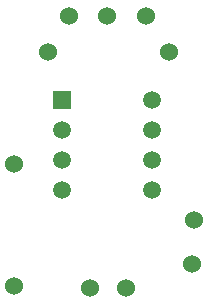
<source format=gbl>
G04 Layer: BottomLayer*
G04 EasyEDA v6.3.43, 2020-06-06T15:57:54+05:30*
G04 0c4f591c9b8d4e2986bfd51771ce5363,ce87656978294113a3ba7bd55cf5f399,10*
G04 Gerber Generator version 0.2*
G04 Scale: 100 percent, Rotated: No, Reflected: No *
G04 Dimensions in millimeters *
G04 leading zeros omitted , absolute positions ,3 integer and 3 decimal *
%FSLAX33Y33*%
%MOMM*%
G90*
G71D02*

%ADD11C,1.524000*%
%ADD12C,1.499997*%
%ADD13R,1.499997X1.499997*%

%LPD*%
G54D11*
G01X13335Y1778D03*
G01X18923Y3810D03*
G01X8509Y24765D03*
G01X14986Y24765D03*
G01X10287Y1778D03*
G01X11684Y24765D03*
G01X19050Y7493D03*
G54D12*
G01X15494Y10033D03*
G01X15494Y12573D03*
G01X15494Y15113D03*
G01X15494Y17653D03*
G01X7874Y10033D03*
G01X7874Y12573D03*
G01X7874Y15113D03*
G54D13*
G01X7874Y17653D03*
G54D11*
G01X6660Y21717D03*
G01X16961Y21717D03*
G01X3810Y1961D03*
G01X3810Y12262D03*
M00*
M02*

</source>
